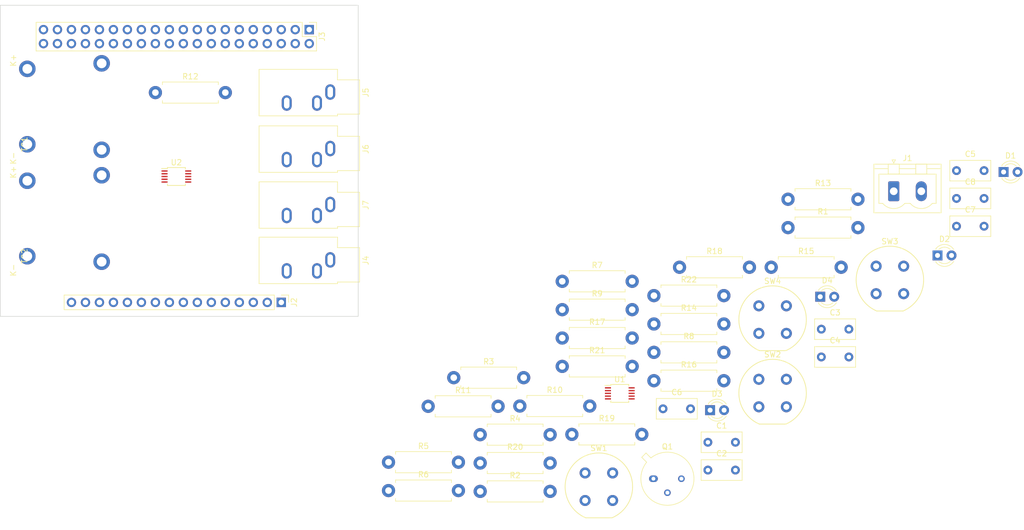
<source format=kicad_pcb>
(kicad_pcb (version 20211014) (generator pcbnew)
  (layers (0 "F.Cu" jumper) (31 "B.Cu" power) (35 "F.Paste" user) (36 "B.SilkS" user "B.Silkscreen") (37 "F.SilkS" user "F.Silkscreen") (38 "B.Mask" user) (39 "F.Mask" user) (44 "Edge.Cuts" user))
  (net 0 "")
  (net 1 "+5V")
  (net 2 "GNDREF")
  (net 3 "Net-(C3-Pad2)")
  (net 4 "Net-(C4-Pad2)")
  (net 5 "Net-(C6-Pad2)")
  (net 6 "Net-(C7-Pad2)")
  (net 7 "Net-(D1-Pad2)")
  (net 8 "Net-(D2-Pad2)")
  (net 9 "Net-(D3-Pad2)")
  (net 10 "Net-(D4-Pad2)")
  (net 11 "Net-(J1-Pad2)")
  (net 12 "Net-(J2-Pad4)")
  (net 13 "/LCD_ENABLE")
  (net 18 "/LCD_DB4")
  (net 19 "/LCD_DB5")
  (net 20 "/LCD_DB6")
  (net 21 "/LCD_DB7")
  (net 28 "/SW_DOWN")
  (net 29 "/SW_UP")
  (net 30 "Net-(J3-Pad11)")
  (net 31 "/RELAY_CTRL")
  (net 33 "Net-(J3-Pad19)")
  (net 34 "Net-(J3-Pad21)")
  (net 35 "Net-(J3-Pad23)")
  (net 36 "Net-(J3-Pad24)")
  (net 37 "Net-(J3-Pad26)")
  (net 42 "/SW_ON_OFF")
  (net 43 "/SW_ENTER")
  (net 45 "Net-(J3-Pad36)")
  (net 48 "Net-(J4-PadT)")
  (net 49 "Net-(J5-PadT)")
  (net 50 "Net-(J6-PadT)")
  (net 51 "Net-(J7-PadT)")
  (net 52 "Net-(Q1-Pad1)")
  (net 53 "Net-(R15-Pad2)")
  (net 54 "Net-(R16-Pad1)")
  (net 55 "Net-(R17-Pad2)")
  (net 56 "Net-(R18-Pad1)")
  (footprint "Capacitor_THT:C_Rect_L7.2mm_W3.5mm_P5.00mm_FKS2_FKP2_MKS2_MKP2" (layer "F.Cu") (at 200.09 80.15)
    (fp_text reference "C7" (at 2.5 -3) (layer "F.SilkS"))
    (fp_text value "1u")
    (pad "1" thru_hole circle (at 0 0) (size 1.6 1.6) (drill 0.8) (layers *.Cu *.Mask) (net 5 "Net-(C6-Pad2)"))
    (pad "2" thru_hole circle (at 5 0) (size 1.6 1.6) (drill 0.8) (layers *.Cu *.Mask) (net 6 "Net-(C7-Pad2)"))
  )
  (footprint "Package_SO:TSSOP-10_3x3mm_P0.5mm" (layer "F.Cu") (at 58.42 71.12)
    (fp_text reference "U2" (at 0 -2.55) (layer "F.SilkS"))
    (fp_text value "ADS1118IDGS")
    (pad "1" smd rect (at -2.15 -1) (size 1.1 0.25) (layers "F.Cu" "F.Paste" "F.Mask") (net 35 "Net-(J3-Pad23)"))
    (pad "2" smd rect (at -2.15 -0.5) (size 1.1 0.25) (layers "F.Cu" "F.Paste" "F.Mask") (net 36 "Net-(J3-Pad24)"))
    (pad "3" smd rect (at -2.15 0) (size 1.1 0.25) (layers "F.Cu" "F.Paste" "F.Mask") (net 2 "GNDREF"))
    (pad "4" smd rect (at -2.15 0.5) (size 1.1 0.25) (layers "F.Cu" "F.Paste" "F.Mask") (net 49 "Net-(J5-PadT)"))
    (pad "5" smd rect (at -2.15 1) (size 1.1 0.25) (layers "F.Cu" "F.Paste" "F.Mask") (net 50 "Net-(J6-PadT)"))
    (pad "6" smd rect (at 2.15 1) (size 1.1 0.25) (layers "F.Cu" "F.Paste" "F.Mask") (net 51 "Net-(J7-PadT)"))
    (pad "7" smd rect (at 2.15 0.5) (size 1.1 0.25) (layers "F.Cu" "F.Paste" "F.Mask") (net 48 "Net-(J4-PadT)"))
    (pad "8" smd rect (at 2.15 0) (size 1.1 0.25) (layers "F.Cu" "F.Paste" "F.Mask") (net 1 "+5V"))
    (pad "9" smd rect (at 2.15 -0.5) (size 1.1 0.25) (layers "F.Cu" "F.Paste" "F.Mask") (net 34 "Net-(J3-Pad21)"))
    (pad "10" smd rect (at 2.15 -1) (size 1.1 0.25) (layers "F.Cu" "F.Paste" "F.Mask") (net 33 "Net-(J3-Pad19)"))
  )
  (footprint "Resistor_THT:R_Axial_DIN0411_L9.9mm_D3.6mm_P12.70mm_Horizontal" (layer "F.Cu") (at 130.24 117.95)
    (fp_text reference "R19" (at 6.35 -2.92) (layer "F.SilkS"))
    (fp_text value "1M")
    (pad "1" thru_hole circle (at 0 0) (size 2.4 2.4) (drill 1.2) (layers *.Cu *.Mask) (net 1 "+5V"))
    (pad "2" thru_hole oval (at 12.7 0) (size 2.4 2.4) (drill 1.2) (layers *.Cu *.Mask) (net 53 "Net-(R15-Pad2)"))
  )
  (footprint "Button_Switch_THT:Push_E-Switch_KS01Q01" (layer "F.Cu") (at 185.492515 87.402515)
    (fp_text reference "SW3" (at 2.5 -4.5) (layer "F.SilkS"))
    (fp_text value "D6C10 F1 LFS")
    (pad "1" thru_hole circle (at 0 0) (size 2 2) (drill 1.1) (layers *.Cu *.Mask) (net 1 "+5V"))
    (pad "2" thru_hole circle (at 5 0) (size 2 2) (drill 1.1) (layers *.Cu *.Mask) (net 43 "/SW_ENTER"))
    (pad "3" thru_hole circle (at 0 5) (size 2 2) (drill 1.1) (layers *.Cu *.Mask) (net 1 "+5V"))
    (pad "4" thru_hole circle (at 5 5) (size 2 2) (drill 1.1) (layers *.Cu *.Mask) (net 43 "/SW_ENTER"))
  )
  (footprint "Resistor_THT:R_Axial_DIN0411_L9.9mm_D3.6mm_P12.70mm_Horizontal" (layer "F.Cu") (at 104.14 112.85)
    (fp_text reference "R11" (at 6.35 -2.92) (layer "F.SilkS"))
    (fp_text value "100K")
    (pad "1" thru_hole circle (at 0 0) (size 2.4 2.4) (drill 1.2) (layers *.Cu *.Mask) (net 1 "+5V"))
    (pad "2" thru_hole oval (at 12.7 0) (size 2.4 2.4) (drill 1.2) (layers *.Cu *.Mask) (net 48 "Net-(J4-PadT)"))
  )
  (footprint "Resistor_THT:R_Axial_DIN0411_L9.9mm_D3.6mm_P12.70mm_Horizontal" (layer "F.Cu") (at 145.14 97.9)
    (fp_text reference "R14" (at 6.35 -2.92) (layer "F.SilkS"))
    (fp_text value "100K")
    (pad "1" thru_hole circle (at 0 0) (size 2.4 2.4) (drill 1.2) (layers *.Cu *.Mask) (net 1 "+5V"))
    (pad "2" thru_hole oval (at 12.7 0) (size 2.4 2.4) (drill 1.2) (layers *.Cu *.Mask) (net 51 "Net-(J7-PadT)"))
  )
  (footprint "LED_THT:LED_D3.0mm_FlatTop" (layer "F.Cu") (at 175.34 92.95)
    (fp_text reference "D4" (at 1.27 -2.96) (layer "F.SilkS"))
    (fp_text value "LED")
    (pad "1" thru_hole rect (at 0 0) (size 1.8 1.8) (drill 0.9) (layers *.Cu *.Mask) (net 2 "GNDREF"))
    (pad "2" thru_hole circle (at 2.54 0) (size 1.8 1.8) (drill 0.9) (layers *.Cu *.Mask) (net 10 "Net-(D4-Pad2)"))
  )
  (footprint "Resistor_THT:R_Axial_DIN0411_L9.9mm_D3.6mm_P12.70mm_Horizontal" (layer "F.Cu") (at 128.49 95.3)
    (fp_text reference "R9" (at 6.35 -2.92) (layer "F.SilkS"))
    (fp_text value "10K")
    (pad "1" thru_hole circle (at 0 0) (size 2.4 2.4) (drill 1.2) (layers *.Cu *.Mask) (net 43 "/SW_ENTER"))
    (pad "2" thru_hole oval (at 12.7 0) (size 2.4 2.4) (drill 1.2) (layers *.Cu *.Mask) (net 2 "GNDREF"))
  )
  (footprint "Resistor_THT:R_Axial_DIN0411_L9.9mm_D3.6mm_P12.70mm_Horizontal" (layer "F.Cu") (at 128.49 90.15)
    (fp_text reference "R7" (at 6.35 -2.92) (layer "F.SilkS"))
    (fp_text value "10K")
    (pad "1" thru_hole circle (at 0 0) (size 2.4 2.4) (drill 1.2) (layers *.Cu *.Mask) (net 28 "/SW_DOWN"))
    (pad "2" thru_hole oval (at 12.7 0) (size 2.4 2.4) (drill 1.2) (layers *.Cu *.Mask) (net 2 "GNDREF"))
  )
  (footprint "Resistor_THT:R_Axial_DIN0411_L9.9mm_D3.6mm_P12.70mm_Horizontal" (layer "F.Cu") (at 113.59 118)
    (fp_text reference "R4" (at 6.35 -2.92) (layer "F.SilkS"))
    (fp_text value "500")
    (pad "1" thru_hole circle (at 0 0) (size 2.4 2.4) (drill 1.2) (layers *.Cu *.Mask) (net 52 "Net-(Q1-Pad1)"))
    (pad "2" thru_hole oval (at 12.7 0) (size 2.4 2.4) (drill 1.2) (layers *.Cu *.Mask) (net 2 "GNDREF"))
  )
  (footprint "Resistor_THT:R_Axial_DIN0411_L9.9mm_D3.6mm_P12.70mm_Horizontal" (layer "F.Cu") (at 108.79 107.65)
    (fp_text reference "R3" (at 6.35 -2.92) (layer "F.SilkS"))
    (fp_text value "500")
    (pad "1" thru_hole circle (at 0 0) (size 2.4 2.4) (drill 1.2) (layers *.Cu *.Mask) (net 30 "Net-(J3-Pad11)"))
    (pad "2" thru_hole oval (at 12.7 0) (size 2.4 2.4) (drill 1.2) (layers *.Cu *.Mask) (net 9 "Net-(D3-Pad2)"))
  )
  (footprint "Resistor_THT:R_Axial_DIN0411_L9.9mm_D3.6mm_P12.70mm_Horizontal" (layer "F.Cu") (at 145.14 108.2)
    (fp_text reference "R16" (at 6.35 -2.92) (layer "F.SilkS"))
    (fp_text value "500")
    (pad "1" thru_hole circle (at 0 0) (size 2.4 2.4) (drill 1.2) (layers *.Cu *.Mask) (net 54 "Net-(R16-Pad1)"))
    (pad "2" thru_hole oval (at 12.7 0) (size 2.4 2.4) (drill 1.2) (layers *.Cu *.Mask) (net 4 "Net-(C4-Pad2)"))
  )
  (footprint "Library:thermocouple" (layer "F.Cu") (at 31.35 85.59 90)
    (fp_text reference "TC2" (at 0 -0.5 90 unlocked) (layer "F.SilkS"))
    (fp_text value "Thermocouple")
    (fp_text user "K-" (at -2.54 -2.54 90 unlocked) (layer "F.SilkS"))
    (fp_text user "K+" (at 15.24 -2.54 90 unlocked) (layer "F.SilkS"))
    (pad "1" thru_hole circle (at 13.7 0 90) (size 3 3) (drill 1.77) (layers *.Cu *.Mask) (net 55 "Net-(R17-Pad2)"))
    (pad "2" thru_hole circle (at 0 0 90) (size 3 3) (drill 1.77) (layers *.Cu *.Mask) (net 56 "Net-(R18-Pad1)"))
    (pad "3" thru_hole circle (at -1 13.5 90) (size 3 3) (drill 1.77) (layers *.Cu *.Mask) (net 2 "GNDREF"))
    (pad "4" thru_hole circle (at 14.7 13.5 90) (size 3 3) (drill 1.77) (layers *.Cu *.Mask) (net 2 "GNDREF"))
  )
  (footprint "Resistor_THT:R_Axial_DIN0411_L9.9mm_D3.6mm_P12.70mm_Horizontal" (layer "F.Cu") (at 145.14 103.05)
    (fp_text reference "R8" (at 6.35 -2.92) (layer "F.SilkS"))
    (fp_text value "10K")
    (pad "1" thru_hole circle (at 0 0) (size 2.4 2.4) (drill 1.2) (layers *.Cu *.Mask) (net 29 "/SW_UP"))
    (pad "2" thru_hole oval (at 12.7 0) (size 2.4 2.4) (drill 1.2) (layers *.Cu *.Mask) (net 2 "GNDREF"))
  )
  (footprint "Connector_Audio:Jack_3.5mm_CUI_SJ1-3533NG_Horizontal" (layer "F.Cu") (at 86.36 76.2 -90)
    (fp_text reference "J7" (at 0.1 -6.45 90) (layer "F.SilkS"))
    (fp_text value "SJ1-3533NG")
    (pad "R" thru_hole oval (at 2 7.9 270) (size 2.8 1.8) (drill oval 2 1) (layers *.Cu *.Mask) (net 2 "GNDREF"))
    (pad "S" thru_hole oval (at 0 0 270) (size 2.8 1.8) (drill oval 2 1) (layers *.Cu *.Mask) (net 2 "GNDREF"))
    (pad "T" thru_hole oval (at 2 2.4 270) (size 2.8 1.8) (drill oval 2 1) (layers *.Cu *.Mask) (net 51 "Net-(J7-PadT)"))
  )
  (footprint "Connector_Phoenix_MSTB:PhoenixContact_MSTBVA_2,5_2-G_1x02_P5.00mm_Vertical" (layer "F.Cu") (at 188.69 73.795)
    (fp_text reference "J1" (at 2.5 -6) (layer "F.SilkS"))
    (fp_text value "1935161")
    (pad "1" thru_hole roundrect (at 0 0) (size 2 3.6) (drill 1.4) (layers *.Cu *.Mask) (roundrect_rratio 0.125) (net 1 "+5V"))
    (pad "2" thru_hole oval (at 5 0) (size 2 3.6) (drill 1.4) (layers *.Cu *.Mask) (net 11 "Net-(J1-Pad2)"))
  )
  (footprint "Capacitor_THT:C_Rect_L7.2mm_W3.5mm_P5.00mm_FKS2_FKP2_MKS2_MKP2" (layer "F.Cu") (at 175.54 103.89)
    (fp_text reference "C4" (at 2.5 -3) (layer "F.SilkS"))
    (fp_text value "1u")
    (pad "1" thru_hole circle (at 0 0) (size 1.6 1.6) (drill 0.8) (layers *.Cu *.Mask) (net 3 "Net-(C3-Pad2)"))
    (pad "2" thru_hole circle (at 5 0) (size 1.6 1.6) (drill 0.8) (layers *.Cu *.Mask) (net 4 "Net-(C4-Pad2)"))
  )
  (footprint "Resistor_THT:R_Axial_DIN0411_L9.9mm_D3.6mm_P12.70mm_Horizontal" (layer "F.Cu") (at 128.49 105.6)
    (fp_text reference "R21" (at 6.35 -2.92) (layer "F.SilkS"))
    (fp_text value "1M")
    (pad "1" thru_hole circle (at 0 0) (size 2.4 2.4) (drill 1.2) (layers *.Cu *.Mask) (net 1 "+5V"))
    (pad "2" thru_hole oval (at 12.7 0) (size 2.4 2.4) (drill 1.2) (layers *.Cu *.Mask) (net 55 "Net-(R17-Pad2)"))
  )
  (footprint "Resistor_THT:R_Axial_DIN0411_L9.9mm_D3.6mm_P12.70mm_Horizontal" (layer "F.Cu") (at 166.44 87.6)
    (fp_text reference "R15" (at 6.35 -2.92) (layer "F.SilkS"))
    (fp_text value "500")
    (pad "1" thru_hole circle (at 0 0) (size 2.4 2.4) (drill 1.2) (layers *.Cu *.Mask) (net 3 "Net-(C3-Pad2)"))
    (pad "2" thru_hole oval (at 12.7 0) (size 2.4 2.4) (drill 1.2) (layers *.Cu *.Mask) (net 53 "Net-(R15-Pad2)"))
  )
  (footprint "Capacitor_THT:C_Rect_L7.2mm_W3.5mm_P5.00mm_FKS2_FKP2_MKS2_MKP2" (layer "F.Cu") (at 175.54 98.84)
    (fp_text reference "C3" (at 2.5 -3) (layer "F.SilkS"))
    (fp_text value "0.1u")
    (pad "1" thru_hole circle (at 0 0) (size 1.6 1.6) (drill 0.8) (layers *.Cu *.Mask) (net 2 "GNDREF"))
    (pad "2" thru_hole circle (at 5 0) (size 1.6 1.6) (drill 0.8) (layers *.Cu *.Mask) (net 3 "Net-(C3-Pad2)"))
  )
  (footprint "Capacitor_THT:C_Rect_L7.2mm_W3.5mm_P5.00mm_FKS2_FKP2_MKS2_MKP2" (layer "F.Cu") (at 200.09 70.05)
    (fp_text reference "C5" (at 2.5 -3) (layer "F.SilkS"))
    (fp_text value "0.1u")
    (pad "1" thru_hole circle (at 0 0) (size 1.6 1.6) (drill 0.8) (layers *.Cu *.Mask) (net 4 "Net-(C4-Pad2)"))
    (pad "2" thru_hole circle (at 5 0) (size 1.6 1.6) (drill 0.8) (layers *.Cu *.Mask) (net 2 "GNDREF"))
  )
  (footprint "Connector_Audio:Jack_3.5mm_CUI_SJ1-3533NG_Horizontal" (layer "F.Cu") (at 86.36 55.78 -90)
    (fp_text reference "J5" (at 0.1 -6.45 90) (layer "F.SilkS"))
    (fp_text value "SJ1-3533NG")
    (pad "R" thru_hole oval (at 2 7.9 270) (size 2.8 1.8) (drill oval 2 1) (layers *.Cu *.Mask) (net 2 "GNDREF"))
    (pad "S" thru_hole oval (at 0 0 270) (size 2.8 1.8) (drill oval 2 1) (layers *.Cu *.Mask) (net 2 "GNDREF"))
    (pad "T" thru_hole oval (at 2 2.4 270) (size 2.8 1.8) (drill oval 2 1) (layers *.Cu *.Mask) (net 49 "Net-(J5-PadT)"))
  )
  (footprint "Resistor_THT:R_Axial_DIN0411_L9.9mm_D3.6mm_P12.70mm_Horizontal" (layer "F.Cu") (at 169.49 75.25)
    (fp_text reference "R13" (at 6.35 -2.92) (layer "F.SilkS"))
    (fp_text value "100K")
    (pad "1" thru_hole circle (at 0 0) (size 2.4 2.4) (drill 1.2) (layers *.Cu *.Mask) (net 1 "+5V"))
    (pad "2" thru_hole oval (at 12.7 0) (size 2.4 2.4) (drill 1.2) (layers *.Cu *.Mask) (net 50 "Net-(J6-PadT)"))
  )
  (footprint "Resistor_THT:R_Axial_DIN0411_L9.9mm_D3.6mm_P12.70mm_Horizontal" (layer "F.Cu") (at 120.79 112.8)
    (fp_text reference "R10" (at 6.35 -2.92) (layer "F.SilkS"))
    (fp_text value "10K")
    (pad "1" thru_hole circle (at 0 0) (size 2.4 2.4) (drill 1.2) (layers *.Cu *.Mask) (net 42 "/SW_ON_OFF"))
    (pad "2" thru_hole oval (at 12.7 0) (size 2.4 2.4) (drill 1.2) (layers *.Cu *.Mask) (net 2 "GNDREF"))
  )
  (footprint "LED_THT:LED_D3.0mm_FlatTop" (layer "F.Cu") (at 208.64 70.3)
    (fp_text reference "D1" (at 1.27 -2.96) (layer "F.SilkS"))
    (fp_text value "LED")
    (pad "1" thru_hole rect (at 0 0) (size 1.8 1.8) (drill 0.9) (layers *.Cu *.Mask) (net 2 "GNDREF"))
    (pad "2" thru_hole circle (at 2.54 0) (size 1.8 1.8) (drill 0.9) (layers *.Cu *.Mask) (net 7 "Net-(D1-Pad2)"))
  )
  (footprint "Resistor_THT:R_Axial_DIN0411_L9.9mm_D3.6mm_P12.70mm_Horizontal" (layer "F.Cu") (at 149.79 87.6)
    (fp_text reference "R18" (at 6.35 -2.92) (layer "F.SilkS"))
    (fp_text value "500")
    (pad "1" thru_hole circle (at 0 0) (size 2.4 2.4) (drill 1.2) (layers *.Cu *.Mask) (net 56 "Net-(R18-Pad1)"))
    (pad "2" thru_hole oval (at 12.7 0) (size 2.4 2.4) (drill 1.2) (layers *.Cu *.Mask) (net 6 "Net-(C7-Pad2)"))
  )
  (footprint "Package_SO:TSSOP-10_3x3mm_P0.5mm" (layer "F.Cu") (at 138.94 110.5)
    (fp_text reference "U1" (at 0 -2.55) (layer "F.SilkS"))
    (fp_text value "ADS1118IDGS")
    (pad "1" smd rect (at -2.15 -1) (size 1.1 0.25) (layers "F.Cu" "F.Paste" "F.Mask") (net 35 "Net-(J3-Pad23)"))
    (pad "2" smd rect (at -2.15 -0.5) (size 1.1 0.25) (layers "F.Cu" "F.Paste" "F.Mask") (net 37 "Net-(J3-Pad26)"))
    (pad "3" smd rect (at -2.15 0) (size 1.1 0.25) (layers "F.Cu" "F.Paste" "F.Mask") (net 2 "GNDREF"))
    (pad "4" smd rect (at -2.15 0.5) (size 1.1 0.25) (layers "F.Cu" "F.Paste" "F.Mask") (net 3 "Net-(C3-Pad2)"))
    (pad "5" smd rect (at -2.15 1) (size 1.1 0.25) (layers "F.Cu" "F.Paste" "F.Mask") (net 4 "Net-(C4-Pad2)"))
    (pad "6" smd rect (at 2.15 1) (size 1.1 0.25) (layers "F.Cu" "F.Paste" "F.Mask") (net 5 "Net-(C6-Pad2)"))
    (pad "7" smd rect (at 2.15 0.5) (size 1.1 0.25) (layers "F.Cu" "F.Paste" "F.Mask") (net 6 "Net-(C7-Pad2)"))
    (pad "8" smd rect (at 2.15 0) (size 1.1 0.25) (layers "F.Cu" "F.Paste" "F.Mask") (net 1 "+5V"))
    (pad "9" smd rect (at 2.15 -0.5) (size 1.1 0.25) (layers "F.Cu" "F.Paste" "F.Mask") (net 34 "Net-(J3-Pad21)"))
    (pad "10" smd rect (at 2.15 -1) (size 1.1 0.25) (layers "F.Cu" "F.Paste" "F.Mask") (net 33 "Net-(J3-Pad19)"))
  )
  (footprint "Resistor_THT:R_Axial_DIN0411_L9.9mm_D3.6mm_P12.70mm_Horizontal" (layer "F.Cu") (at 113.59 128.3)
    (fp_text reference "R2" (at 6.35 -2.92) (layer "F.SilkS"))
    (fp_text value "500")
    (pad "1" thru_hole circle (at 0 0) (size 2.4 2.4) (drill 1.2) (layers *.Cu *.Mask) (net 45 "Net-(J3-Pad36)"))
    (pad "2" thru_hole oval (at 12.7 0) (size 2.4 2.4) (drill 1.2) (layers *.Cu *.Mask) (net 8 "Net-(D2-Pad2)"))
  )
  (footprint "Button_Switch_THT:Push_E-Switch_KS01Q01" (layer "F.Cu") (at 164.192515 107.942515)
    (fp_text reference "SW2" (at 2.5 -4.5) (layer "F.SilkS"))
    (fp_text value "D6C10 F1 LFS")
    (pad "1" thru_hole circle (at 0 0) (size 2 2) (drill 1.1) (layers *.Cu *.Mask) (net 1 "+5V"))
    (pad "2" thru_hole circle (at 5 0) (size 2 2) (drill 1.1) (layers *.Cu *.Mask) (net 29 "/SW_UP"))
    (pad "3" thru_hole circle (at 0 5) (size 2 2) (drill 1.1) (layers *.Cu *.Mask) (net 1 "+5V"))
    (pad "4" thru_hole circle (at 5 5) (size 2 2) (drill 1.1) (layers *.Cu *.Mask) (net 29 "/SW_UP"))
  )
  (footprint "Resistor_THT:R_Axial_DIN0411_L9.9mm_D3.6mm_P12.70mm_Horizontal" (layer "F.Cu") (at 96.94 123)
    (fp_text reference "R5" (at 6.35 -2.92) (layer "F.SilkS"))
    (fp_text value "500")
    (pad "1" thru_hole circle (at 0 0) (size 2.4 2.4) (drill 1.2) (layers *.Cu *.Mask) (net 31 "/RELAY_CTRL"))
    (pad "2" thru_hole oval (at 12.7 0) (size 2.4 2.4) (drill 1.2) (layers *.Cu *.Mask) (net 52 "Net-(Q1-Pad1)"))
  )
  (footprint "Connector_Audio:Jack_3.5mm_CUI_SJ1-3533NG_Horizontal" (layer "F.Cu") (at 86.36 66.04 -90)
    (fp_text reference "J6" (at 0.1 -6.45 90) (layer "F.SilkS"))
    (fp_text value "SJ1-3533NG")
    (pad "R" thru_hole oval (at 2 7.9 270) (size 2.8 1.8) (drill oval 2 1) (layers *.Cu *.Mask) (net 2 "GNDREF"))
    (pad "S" thru_hole oval (at 0 0 270) (size 2.8 1.8) (drill oval 2 1) (layers *.Cu *.Mask) (net 2 "GNDREF"))
    (pad "T" thru_hole oval (at 2 2.4 270) (size 2.8 1.8) (drill oval 2 1) (layers *.Cu *.Mask) (net 50 "Net-(J6-PadT)"))
  )
  (footprint "Resistor_THT:R_Axial_DIN0411_L9.9mm_D3.6mm_P12.70mm_Horizontal" (layer "F.Cu") (at 96.94 128.15)
    (fp_text reference "R6" (at 6.35 -2.92) (layer "F.SilkS"))
    (fp_text value "500")
    (pad "1" thru_hole circle (at 0 0) (size 2.4 2.4) (drill 1.2) (layers *.Cu *.Mask) (net 31 "/RELAY_CTRL"))
    (pad "2" thru_hole oval (at 12.7 0) (size 2.4 2.4) (drill 1.2) (layers *.Cu *.Mask) (net 10 "Net-(D4-Pad2)"))
  )
  (footprint "LED_THT:LED_D3.0mm_FlatTop" (layer "F.Cu") (at 155.34 113.55)
    (fp_text reference "D3" (at 1.27 -2.96) (layer "F.SilkS"))
    (fp_text value "LED")
    (pad "1" thru_hole rect (at 0 0) (size 1.8 1.8) (drill 0.9) (layers *.Cu *.Mask) (net 2 "GNDREF"))
    (pad "2" thru_hole circle (at 2.54 0) (size 1.8 1.8) (drill 0.9) (layers *.Cu *.Mask) (net 9 "Net-(D3-Pad2)"))
  )
  (footprint "Package_TO_SOT_THT:TO-5-3" (layer "F.Cu") (at 145.05 126)
    (fp_text reference "Q1" (at 2.54 -5.82) (layer "F.SilkS"))
    (fp_text value "Q_NPN_BCE")
    (pad "1" thru_hole oval (at 0 0) (size 1.6 1.2) (drill 0.7) (layers *.Cu *.Mask) (net 52 "Net-(Q1-Pad1)"))
    (pad "2" thru_hole oval (at 2.54 2.54) (size 1.2 1.2) (drill 0.7) (layers *.Cu *.Mask) (net 11 "Net-(J1-Pad2)"))
    (pad "3" thru_hole oval (at 5.08 0) (size 1.2 1.2) (drill 0.7) (layers *.Cu *.Mask) (net 2 "GNDREF"))
  )
  (footprint "Resistor_THT:R_Axial_DIN0411_L9.9mm_D3.6mm_P12.70mm_Horizontal" (layer "F.Cu") (at 145.14 92.75)
    (fp_text reference "R22" (at 6.35 -2.92) (layer "F.SilkS"))
    (fp_text value "1M")
    (pad "1" thru_hole circle (at 0 0) (size 2.4 2.4) (drill 1.2) (layers *.Cu *.Mask) (net 56 "Net-(R18-Pad1)"))
    (pad "2" thru_hole oval (at 12.7 0) (size 2.4 2.4) (drill 1.2) (layers *.Cu *.Mask) (net 2 "GNDREF"))
  )
  (footprint "Resistor_THT:R_Axial_DIN0411_L9.9mm_D3.6mm_P12.70mm_Horizontal" (layer "F.Cu") (at 169.49 80.4)
    (fp_text reference "R1" (at 6.35 -2.92) (layer "F.SilkS"))
    (fp_text value "500")
    (pad "1" thru_hole circle (at 0 0) (size 2.4 2.4) (drill 1.2) (layers *.Cu *.Mask) (net 1 "+5V"))
    (pad "2" thru_hole oval (at 12.7 0) (size 2.4 2.4) (drill 1.2) (layers *.Cu *.Mask) (net 7 "Net-(D1-Pad2)"))
  )
  (footprint "Resistor_THT:R_Axial_DIN0411_L9.9mm_D3.6mm_P12.70mm_Horizontal" (layer "F.Cu") (at 54.61 55.88)
    (fp_text reference "R12" (at 6.35 -2.92) (layer "F.SilkS"))
    (fp_text value "100K")
    (pad "1" thru_hole circle (at 0 0) (size 2.4 2.4) (drill 1.2) (layers *.Cu *.Mask) (net 1 "+5V"))
    (pad "2" thru_hole oval (at 12.7 0) (size 2.4 2.4) (drill 1.2) (layers *.Cu *.Mask) (net 49 "Net-(J5-PadT)"))
  )
  (footprint "Capacitor_THT:C_Rect_L7.2mm_W3.5mm_P5.00mm_FKS2_FKP2_MKS2_MKP2" (layer "F.Cu") (at 200.09 75.1)
    (fp_text reference "C8" (at 2.5 -3) (layer "F.SilkS"))
    (fp_text value "0.1u")
    (pad "1" thru_hole circle (at 0 0) (size 1.6 1.6) (drill 0.8) (layers *.Cu *.Mask) (net 6 "Net-(C7-Pad2)"))
    (pad "2" thru_hole circle (at 5 0) (size 1.6 1.6) (drill 0.8) (layers *.Cu *.Mask) (net 2 "GNDREF"))
  )
  (footprint "Capacitor_THT:C_Rect_L7.2mm_W3.5mm_P5.00mm_FKS2_FKP2_MKS2_MKP2" (layer "F.Cu") (at 154.94 124.43)
    (fp_text reference "C2" (at 2.5 -3) (layer "F.SilkS"))
    (fp_text value "0.1u")
    (pad "1" thru_hole circle (at 0 0) (size 1.6 1.6) (drill 0.8) (layers *.Cu *.Mask) (net 1 "+5V"))
    (pad "2" thru_hole circle (at 5 0) (size 1.6 1.6) (drill 0.8) (layers *.Cu *.Mask) (net 2 "GNDREF"))
  )
  (footprint "Library:thermocouple" (layer "F.Cu") (at 31.35 65.27 90)
    (fp_text reference "TC1" (at 0 -0.5 90 unlocked) (layer "F.SilkS"))
    (fp_text value "Thermocouple")
    (fp_text user "K-" (at -2.54 -2.54 90 unlocked) (layer "F.SilkS"))
    (fp_text user "K+" (at 15.24 -2.54 90 unlocked) (layer "F.SilkS"))
    (pad "1" thru_hole circle (at 13.7 0 90) (size 3 3) (drill 1.77) (layers *.Cu *.Mask) (net 53 "Net-(R15-Pad2)"))
    (pad "2" thru_hole circle (at 0 0 90) (size 3 3) (drill 1.77) (layers *.Cu *.Mask) (net 54 "Net-(R16-Pad1)"))
    (pad "3" thru_hole circle (at -1 13.5 90) (size 3 3) (drill 1.77) (layers *.Cu *.Mask) (net 2 "GNDREF"))
    (pad "4" thru_hole circle (at 14.7 13.5 90) (size 3 3) (drill 1.77) (layers *.Cu *.Mask) (net 2 "GNDREF"))
  )
  (footprint "LED_THT:LED_D3.0mm_FlatTop" (layer "F.Cu") (at 196.64 85.45)
    (fp_text reference "D2" (at 1.27 -2.96) (layer "F.SilkS"))
    (fp_text value "LED")
    (pad "1" thru_hole rect (at 0 0) (size 1.8 1.8) (drill 0.9) (layers *.Cu *.Mask) (net 2 "GNDREF"))
    (pad "2" thru_hole circle (at 2.54 0) (size 1.8 1.8) (drill 0.9) (layers *.Cu *.Mask) (net 8 "Net-(D2-Pad2)"))
  )
  (footprint "Capacitor_THT:C_Rect_L7.2mm_W3.5mm_P5.00mm_FKS2_FKP2_MKS2_MKP2" (layer "F.Cu") (at 154.94 119.38)
    (fp_text reference "C1" (at 2.5 -3) (layer "F.SilkS"))
    (fp_text value "0.1u")
    (pad "1" thru_hole circle (at 0 0) (size 1.6 1.6) (drill 0.8) (layers *.Cu *.Mask) (net 1 "+5V"))
    (pad "2" thru_hole circle (at 5 0) (size 1.6 1.6) (drill 0.8) (layers *.Cu *.Mask) (net 2 "GNDREF"))
  )
  (footprint "Resistor_THT:R_Axial_DIN0411_L9.9mm_D3.6mm_P12.70mm_Horizontal" (layer "F.Cu") (at 113.59 123.15)
    (fp_text reference "R20" (at 6.35 -2.92) (layer "F.SilkS"))
    (fp_text value "1M")
    (pad "1" thru_hole circle (at 0 0) (size 2.4 2.4) (drill 1.2) (layers *.Cu *.Mask) (net 54 "Net-(R16-Pad1)"))
    (pad "2" thru_hole oval (at 12.7 0) (size 2.4 2.4) (drill 1.2) (layers *.Cu *.Mask) (net 2 "GNDREF"))
  )
  (footprint "Connector_PinHeader_2.54mm:PinHeader_1x16_P2.54mm_Vertical" (layer "F.Cu") (at 77.47 93.98 -90)
    (fp_text reference "J2" (at 0 -2.33 90) (layer "F.SilkS"))
    (fp_text value "LCD Header")
    (pad "1" thru_hole rect (at 0 0 270) (size 1.7 1.7) (drill 1) (layers *.Cu *.Mask) (net 2 "GNDREF"))
    (pad "2" thru_hole oval (at 0 2.54 270) (size 1.7 1.7) (drill 1) (layers *.Cu *.Mask) (net 1 "+5V"))
    (pad "3" thru_hole oval (at 0 5.08 270) (size 1.7 1.7) (drill 1) (layers *.Cu *.Mask) (net 2 "GNDREF"))
    (pad "4" thru_hole oval (at 0 7.62 270) (size 1.7 1.7) (drill 1) (layers *.Cu *.Mask) (net 12 "Net-(J2-Pad4)"))
    (pad "5" thru_hole oval (at 0 10.16 270) (size 1.7 1.7) (drill 1) (layers *.Cu *.Mask) (net 2 "GNDREF"))
    (pad "6" thru_hole oval (at 0 12.7 270) (size 1.7 1.7) (drill 1) (layers *.Cu *.Mask) (net 13 "/LCD_ENABLE"))
    (pad "7" thru_hole oval (at 0 15.24 270) (size 1.7 1.7) (drill 1) (layers *.Cu *.Mask))
    (pad "8" thru_hole oval (at 0 17.78 270) (size 1.7 1.7) (drill 1) (layers *.Cu *.Mask))
    (pad "9" thru_hole oval (at 0 20.32 270) (size 1.7 1.7) (drill 1) (layers *.Cu *.Mask))
    (pad "10" thru_hole oval (at 0 22.86 270) (size 1.7 1.7) (drill 1) (layers *.Cu *.Mask))
    (pad "11" thru_hole oval (at 0 25.4 270) (size 1.7 1.7) (drill 1) (layers *.Cu *.Mask) (net 18 "/LCD_DB4"))
    (pad "12" thru_hole oval (at 0 27.94 270) (size 1.7 1.7) (drill 1) (layers *.Cu *.Mask) (net 19 "/LCD_DB5"))
    (pad "13" thru_hole oval (at 0 30.48 270) (size 1.7 1.7) (drill 1) (layers *.Cu *.Mask) (net 20 "/LCD_DB6"))
    (pad "14" thru_hole oval (at 0 33.02 270) (size 1.7 1.7) (drill 1) (layers *.Cu *.Mask) (net 21 "/LCD_DB7"))
    (pad "15" thru_hole oval (at 0 35.56 270) (size 1.7 1.7) (drill 1) (layers *.Cu *.Mask))
    (pad "16" thru_hole oval (at 0 38.1 270) (size 1.7 1.7) (drill 1) (layers *.Cu *.Mask))
  )
  (footprint "Button_Switch_THT:Push_E-Switch_KS01Q01" (layer "F.Cu") (at 132.642515 124.952515)
    (fp_text reference "SW1" (at 2.5 -4.5) (layer "F.SilkS"))
    (fp_text value "D6C10 F1 LFS")
    (pad "1" thru_hole circle (at 0 0) (size 2 2) (drill 1.1) (layers *.Cu *.Mask) (net 1 "+5V"))
    (pad "2" thru_hole circle (at 5 0) (size 2 2) (drill 1.1) (layers *.Cu *.Mask) (net 28 "/SW_DOWN"))
    (pad "3" thru_hole circle (at 0 5) (size 2 2) (drill 1.1) (layers *.Cu *.Mask) (net 1 "+5V"))
    (pad "4" thru_hole circle (at 5 5) (size 2 2) (drill 1.1) (layers *.Cu *.Mask) (net 28 "/SW_DOWN"))
  )
  (footprint "Capacitor_THT:C_Rect_L7.2mm_W3.5mm_P5.00mm_FKS2_FKP2_MKS2_MKP2" (layer "F.Cu") (at 146.79 113.3)
    (fp_text reference "C6" (at 2.5 -3) (layer "F.SilkS"))
    (fp_text value "0.1u")
    (pad "1" thru_hole circle (at 0 0) (size 1.6 1.6) (drill 0.8) (layers *.Cu *.Mask) (net 2 "GNDREF"))
    (pad "2" thru_hole circle (at 5 0) (size 1.6 1.6) (drill 0.8) (layers *.Cu *.Mask) (net 5 "Net-(C6-Pad2)"))
  )
  (footprint "Connector_PinHeader_2.54mm:PinHeader_2x20_P2.54mm_Vertical" (layer "F.Cu") (at 82.545 44.445 -90)
    (fp_text reference "J3" (at 1.27 -2.33 90) (layer "F.SilkS"))
    (fp_text value "Raspberry_Pi_2_3")
    (pad "1" thru_hole rect (at 0 0 270) (size 1.7 1.7) (drill 1) (layers *.Cu *.Mask))
    (pad "2" thru_hole oval (at 2.54 0 270) (size 1.7 1.7) (drill 1) (layers *.Cu *.Mask) (net 1 "+5V"))
    (pad "3" thru_hole oval (at 0 2.54 270) (size 1.7 1.7) (drill 1) (layers *.Cu *.Mask))
    (pad "4" thru_hole oval (at 2.54 2.54 270) (size 1.7 1.7) (drill 1) (layers *.Cu *.Mask) (net 1 "+5V"))
    (pad "5" thru_hole oval (at 0 5.08 270) (size 1.7 1.7) (drill 1) (layers *.Cu *.Mask))
    (pad "6" thru_hole oval (at 2.54 5.08 270) (size 1.7 1.7) (drill 1) (layers *.Cu *.Mask) (net 2 "GNDREF"))
    (pad "7" thru_hole oval (at 0 7.62 270) (size 1.7 1.7) (drill 1) (layers *.Cu *.Mask))
    (pad "8" thru_hole oval (at 2.54 7.62 270) (size 1.7 1.7) (drill 1) (layers *.Cu *.Mask) (net 28 "/SW_DOWN"))
    (pad "9" thru_hole oval (at 0 10.16 270) (size 1.7 1.7) (drill 1) (layers *.Cu *.Mask) (net 2 "GNDREF"))
    (pad "10" thru_hole oval (at 2.54 10.16 270) (size 1.7 1.7) (drill 1) (layers *.Cu *.Mask) (net 29 "/SW_UP"))
    (pad "11" thru_hole oval (at 0 12.7 270) (size 1.7 1.7) (drill 1) (layers *.Cu *.Mask) (net 30 "Net-(J3-Pad11)"))
    (pad "12" thru_hole oval (at 2.54 12.7 270) (size 1.7 1.7) (drill 1) (layers *.Cu *.Mask) (net 31 "/RELAY_CTRL"))
    (pad "13" thru_hole oval (at 0 15.24 270) (size 1.7 1.7) (drill 1) (layers *.Cu *.Mask) (net 21 "/LCD_DB7"))
    (pad "14" thru_hole oval (at 2.54 15.24 270) (size 1.7 1.7) (drill 1) (layers *.Cu *.Mask) (net 2 "GNDREF"))
    (pad "15" thru_hole oval (at 0 17.78 270) (size 1.7 1.7) (drill 1) (layers *.Cu *.Mask) (net 12 "Net-(J2-Pad4)"))
    (pad "16" thru_hole oval (at 2.54 17.78 270) (size 1.7 1.7) (drill 1) (layers *.Cu *.Mask) (net 13 "/LCD_ENABLE"))
    (pad "17" thru_hole oval (at 0 20.32 270) (size 1.7 1.7) (drill 1) (layers *.Cu *.Mask))
    (pad "18" thru_hole oval (at 2.54 20.32 270) (size 1.7 1.7) (drill 1) (layers *.Cu *.Mask) (net 18 "/LCD_DB4"))
    (pad "19" thru_hole oval (at 0 22.86 270) (size 1.7 1.7) (drill 1) (layers *.Cu *.Mask) (net 33 "Net-(J3-Pad19)"))
    (pad "20" thru_hole oval (at 2.54 22.86 270) (size 1.7 1.7) (drill 1) (layers *.Cu *.Mask) (net 2 "GNDREF"))
    (pad "21" thru_hole oval (at 0 25.4 270) (size 1.7 1.7) (drill 1) (layers *.Cu *.Mask) (net 34 "Net-(J3-Pad21)"))
    (pad "22" thru_hole oval (at 2.54 25.4 270) (size 1.7 1.7) (drill 1) (layers *.Cu *.Mask) (net 19 "/LCD_DB5"))
    (pad "23" thru_hole oval (at 0 27.94 270) (size 1.7 1.7) (drill 1) (layers *.Cu *.Mask) (net 35 "Net-(J3-Pad23)"))
    (pad "24" thru_hole oval (at 2.54 27.94 270) (size 1.7 1.7) (drill 1) (layers *.Cu *.Mask) (net 36 "Net-(J3-Pad24)"))
    (pad "25" thru_hole oval (at 0 30.48 270) (size 1.7 1.7) (drill 1) (layers *.Cu *.Mask) (net 2 "GNDREF"))
    (pad "26" thru_hole oval (at 2.54 30.48 270) (size 1.7 1.7) (drill 1) (layers *.Cu *.Mask) (net 37 "Net-(J3-Pad26)"))
    (pad "27" thru_hole oval (at 0 33.02 270) (size 1.7 1.7) (drill 1) (layers *.Cu *.Mask))
    (pad "28" thru_hole oval (at 2.54 33.02 270) (size 1.7 1.7) (drill 1) (layers *.Cu *.Mask))
    (pad "29" thru_hole oval (at 0 35.56 270) (size 1.7 1.7) (drill 1) (layers *.Cu *.Mask))
    (pad "30" thru_hole oval (at 2.54 35.56 270) (size 1.7 1.7) (drill 1) (layers *.Cu *.Mask) (net 2 "GNDREF"))
    (pad "31" thru_hole oval (at 0 38.1 270) (size 1.7 1.7) (drill 1) (layers *.Cu *.Mask))
    (pad "32" thru_hole oval (at 2.54 38.1 270) (size 1.7 1.7) (drill 1) (layers *.Cu *.Mask) (net 42 "/SW_ON_OFF"))
    (pad "33" thru_hole oval (at 0 40.64 270) (size 1.7 1.7) (drill 1) (layers *.Cu *.Mask) (net 43 "/SW_ENTER"))
    (pad "34" thru_hole oval (at 2.54 40.64 270) (size 1.7 1.7) (drill 1) (layers *.Cu *.Mask) (net 2 "GNDREF"))
    (pad "35" thru_hole oval (at 0 43.18 270) (size 1.7 1.7) (drill 1) (layers *.Cu *.Mask))
    (pad "36" thru_hole oval (at 2.54 43.18 270) (size 1.7 1.7) (drill 1) (layers *.Cu *.Mask) (net 45 "Net-(J3-Pad36)"))
    (pad "37" thru_hole oval (at 0 45.72 270) (size 1.7 1.7) (drill 1) (layers *.Cu *.Mask) (net 20 "/LCD_DB6"))
    (pad "38" thru_hole oval (at 2.54 45.72 270) (size 1.7 1.7) (drill 1) (layers *.Cu *.Mask))
    (pad "39" thru_hole oval (at 0 48.26 270) (size 1.7 1.7) (drill 1) (layers *.Cu *.Mask) (net 2 "GNDREF"))
    (pad "40" thru_hole oval (at 2.54 48.26 270) (size 1.7 1.7) (drill 1) (layers *.Cu *.Mask))
  )
  (footprint "Connector_Audio:Jack_3.5mm_CUI_SJ1-3533NG_Horizontal" (layer "F.Cu") (at 86.36 86.26 -90)
    (fp_text reference "J4" (at 0.1 -6.45 90) (layer "F.SilkS"))
    (fp_text value "SJ1-3533NG")
    (pad "R" thru_hole oval (at 2 7.9 270) (size 2.8 1.8) (drill oval 2 1) (layers *.Cu *.Mask) (net 2 "GNDREF"))
    (pad "S" thru_hole oval (at 0 0 270) (size 2.8 1.8) (drill oval 2 1) (layers *.Cu *.Mask) (net 2 "GNDREF"))
    (pad "T" thru_hole oval (at 2 2.4 270) (size 2.8 1.8) (drill oval 2 1) (layers *.Cu *.Mask) (net 48 "Net-(J4-PadT)"))
  )
  (footprint "Button_Switch_THT:Push_E-Switch_KS01Q01" (layer "F.Cu") (at 164.192515 94.602515)
    (fp_text reference "SW4" (at 2.5 -4.5) (layer "F.SilkS"))
    (fp_text value "D6C10 F1 LFS")
    (pad "1" thru_hole circle (at 0 0) (size 2 2) (drill 1.1) (layers *.Cu *.Mask) (net 1 "+5V"))
    (pad "2" thru_hole circle (at 5 0) (size 2 2) (drill 1.1) (layers *.Cu *.Mask) (net 42 "/SW_ON_OFF"))
    (pad "3" thru_hole circle (at 0 5) (size 2 2) (drill 1.1) (layers *.Cu *.Mask) (net 1 "+5V"))
    (pad "4" thru_hole circle (at 5 5) (size 2 2) (drill 1.1) (layers *.Cu *.Mask) (net 42 "/SW_ON_OFF"))
  )
  (footprint "Resistor_THT:R_Axial_DIN0411_L9.9mm_D3.6mm_P12.70mm_Horizontal" (layer "F.Cu") (at 128.49 100.45)
    (fp_text reference "R17" (at 6.35 -2.92) (layer "F.SilkS"))
    (fp_text value "500")
    (pad "1" thru_hole circle (at 0 0) (size 2.4 2.4) (drill 1.2) (layers *.Cu *.Mask) (net 5 "Net-(C6-Pad2)"))
    (pad "2" thru_hole oval (at 12.7 0) (size 2.4 2.4) (drill 1.2) (layers *.Cu *.Mask) (net 55 "Net-(R17-Pad2)"))
  )
  (gr_rect (start 26.44 40.02) (end 91.44 96.52) (layer "Edge.Cuts") (width 0.1) (fill none))
)
</source>
